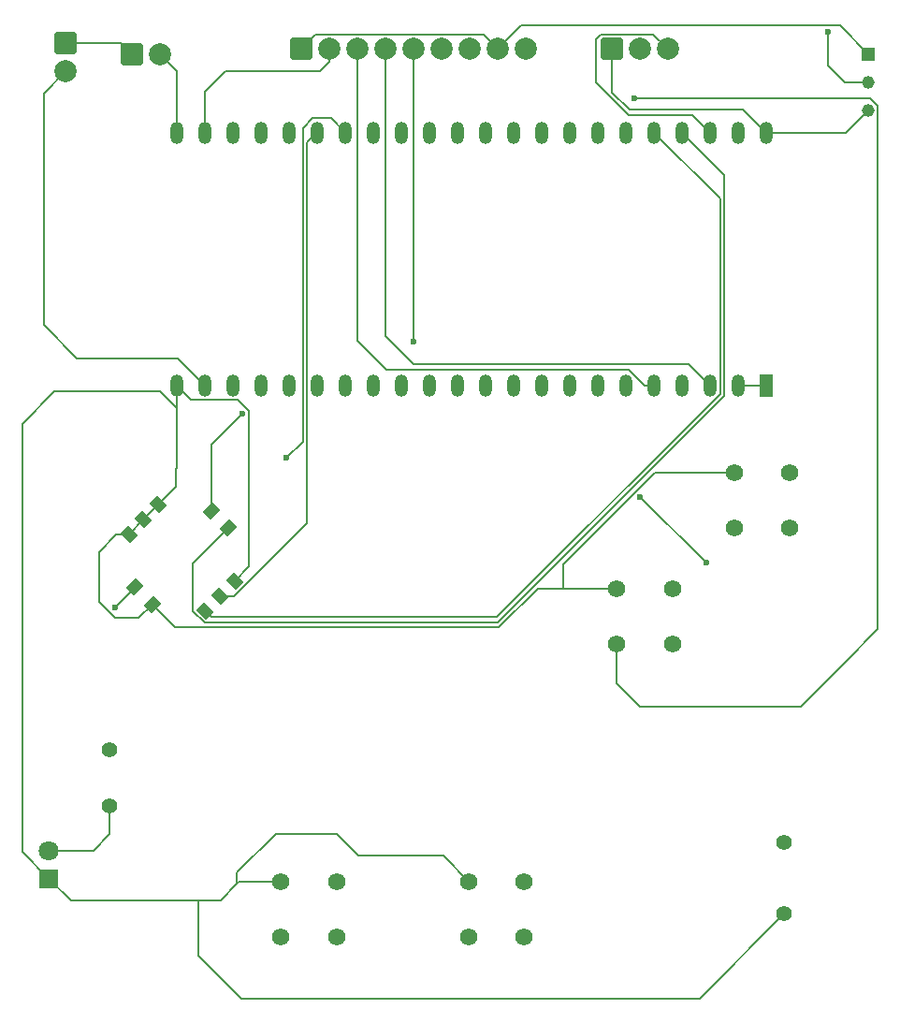
<source format=gbr>
%TF.GenerationSoftware,KiCad,Pcbnew,9.0.6*%
%TF.CreationDate,2025-12-04T23:30:09-05:00*%
%TF.ProjectId,FinalProjectPCB,46696e61-6c50-4726-9f6a-656374504342,rev?*%
%TF.SameCoordinates,Original*%
%TF.FileFunction,Copper,L1,Top*%
%TF.FilePolarity,Positive*%
%FSLAX46Y46*%
G04 Gerber Fmt 4.6, Leading zero omitted, Abs format (unit mm)*
G04 Created by KiCad (PCBNEW 9.0.6) date 2025-12-04 23:30:09*
%MOMM*%
%LPD*%
G01*
G04 APERTURE LIST*
G04 Aperture macros list*
%AMRoundRect*
0 Rectangle with rounded corners*
0 $1 Rounding radius*
0 $2 $3 $4 $5 $6 $7 $8 $9 X,Y pos of 4 corners*
0 Add a 4 corners polygon primitive as box body*
4,1,4,$2,$3,$4,$5,$6,$7,$8,$9,$2,$3,0*
0 Add four circle primitives for the rounded corners*
1,1,$1+$1,$2,$3*
1,1,$1+$1,$4,$5*
1,1,$1+$1,$6,$7*
1,1,$1+$1,$8,$9*
0 Add four rect primitives between the rounded corners*
20,1,$1+$1,$2,$3,$4,$5,0*
20,1,$1+$1,$4,$5,$6,$7,0*
20,1,$1+$1,$6,$7,$8,$9,0*
20,1,$1+$1,$8,$9,$2,$3,0*%
%AMRotRect*
0 Rectangle, with rotation*
0 The origin of the aperture is its center*
0 $1 length*
0 $2 width*
0 $3 Rotation angle, in degrees counterclockwise*
0 Add horizontal line*
21,1,$1,$2,0,0,$3*%
G04 Aperture macros list end*
%TA.AperFunction,SMDPad,CuDef*%
%ADD10RotRect,1.000000X1.250000X135.000000*%
%TD*%
%TA.AperFunction,SMDPad,CuDef*%
%ADD11RotRect,1.000000X1.250000X225.000000*%
%TD*%
%TA.AperFunction,SMDPad,CuDef*%
%ADD12RotRect,1.000000X1.250000X315.000000*%
%TD*%
%TA.AperFunction,SMDPad,CuDef*%
%ADD13RotRect,1.000000X1.250000X45.000000*%
%TD*%
%TA.AperFunction,ComponentPad*%
%ADD14C,1.408000*%
%TD*%
%TA.AperFunction,ComponentPad*%
%ADD15RoundRect,0.250000X-0.750000X-0.750000X0.750000X-0.750000X0.750000X0.750000X-0.750000X0.750000X0*%
%TD*%
%TA.AperFunction,ComponentPad*%
%ADD16C,2.000000*%
%TD*%
%TA.AperFunction,ComponentPad*%
%ADD17C,1.574800*%
%TD*%
%TA.AperFunction,ComponentPad*%
%ADD18C,1.400000*%
%TD*%
%TA.AperFunction,ComponentPad*%
%ADD19R,1.160000X1.160000*%
%TD*%
%TA.AperFunction,ComponentPad*%
%ADD20C,1.160000*%
%TD*%
%TA.AperFunction,ComponentPad*%
%ADD21RoundRect,0.250000X-0.750000X0.750000X-0.750000X-0.750000X0.750000X-0.750000X0.750000X0.750000X0*%
%TD*%
%TA.AperFunction,ComponentPad*%
%ADD22R,1.800000X1.800000*%
%TD*%
%TA.AperFunction,ComponentPad*%
%ADD23C,1.800000*%
%TD*%
%TA.AperFunction,ComponentPad*%
%ADD24R,1.200000X2.000000*%
%TD*%
%TA.AperFunction,ComponentPad*%
%ADD25O,1.200000X2.000000*%
%TD*%
%TA.AperFunction,ViaPad*%
%ADD26C,0.600000*%
%TD*%
%TA.AperFunction,Conductor*%
%ADD27C,0.200000*%
%TD*%
G04 APERTURE END LIST*
D10*
%TO.P,SW10,1,Up*%
%TO.N,UP*%
X90169328Y-127810487D03*
%TO.P,SW10,2,Right*%
%TO.N,RIGHT*%
X91724963Y-129366122D03*
D11*
%TO.P,SW10,3,GND*%
%TO.N,GND*%
X92290648Y-134139093D03*
%TO.P,SW10,4,Center*%
%TO.N,CENTER*%
X90947146Y-135482596D03*
%TO.P,SW10,5,Down*%
%TO.N,DOWN*%
X89603643Y-136826098D03*
D12*
%TO.P,SW10,6,GND*%
%TO.N,GND*%
X84830672Y-136260413D03*
%TO.P,SW10,7,Left*%
%TO.N,LEFT*%
X83275037Y-134704778D03*
D13*
%TO.P,SW10,8,GND*%
%TO.N,GND*%
X82709352Y-129931807D03*
%TO.P,SW10,9,GND*%
X84052854Y-128588304D03*
%TO.P,SW10,10,GND*%
X85396357Y-127244802D03*
%TD*%
D14*
%TO.P,LS1,N*%
%TO.N,GND*%
X142000000Y-164250000D03*
%TO.P,LS1,P*%
%TO.N,PIEZO*%
X142000000Y-157750000D03*
%TD*%
D15*
%TO.P,BT1,1,+*%
%TO.N,5V-IN*%
X82960000Y-86500000D03*
D16*
%TO.P,BT1,2,-*%
%TO.N,GND*%
X85500000Y-86500000D03*
%TD*%
D17*
%TO.P,SW6,1,1*%
%TO.N,GND*%
X137500000Y-124325505D03*
%TO.P,SW6,2,2*%
%TO.N,unconnected-(SW6-Pad2)*%
X142500000Y-124325505D03*
%TO.P,SW6,3,3*%
%TO.N,unconnected-(SW6-Pad3)*%
X142500000Y-129325495D03*
%TO.P,SW6,4,4*%
%TO.N,A*%
X137500000Y-129325495D03*
%TD*%
%TO.P,SW5,1,1*%
%TO.N,GND*%
X126893398Y-134825505D03*
%TO.P,SW5,2,2*%
%TO.N,unconnected-(SW5-Pad2)*%
X131893398Y-134825505D03*
%TO.P,SW5,3,3*%
%TO.N,unconnected-(SW5-Pad3)*%
X131893398Y-139825495D03*
%TO.P,SW5,4,4*%
%TO.N,B*%
X126893398Y-139825495D03*
%TD*%
D18*
%TO.P,R1,1*%
%TO.N,Net-(D1-A)*%
X81000000Y-154500000D03*
%TO.P,R1,2*%
%TO.N,PowerLED*%
X81000000Y-149420000D03*
%TD*%
D15*
%TO.P,J2,1,Pin_1*%
%TO.N,3V3*%
X98332858Y-86000000D03*
D16*
%TO.P,J2,2,Pin_2*%
%TO.N,GND*%
X100872858Y-86000000D03*
%TO.P,J2,3,Pin_3*%
%TO.N,CS*%
X103412858Y-86000000D03*
%TO.P,J2,4,Pin_4*%
%TO.N,RESET*%
X105952858Y-86000000D03*
%TO.P,J2,5,Pin_5*%
%TO.N,DC{slash}RS*%
X108492858Y-86000000D03*
%TO.P,J2,6,Pin_6*%
%TO.N,SDI{slash}MOSI*%
X111032858Y-86000000D03*
%TO.P,J2,7,Pin_7*%
%TO.N,SCK*%
X113572858Y-86000000D03*
%TO.P,J2,8,Pin_8*%
%TO.N,3V3*%
X116112858Y-86000000D03*
%TO.P,J2,9,Pin_9*%
%TO.N,unconnected-(J2-Pin_9-Pad9)*%
X118652858Y-86000000D03*
%TD*%
D17*
%TO.P,SW8,1,1*%
%TO.N,GND*%
X96500000Y-161325505D03*
%TO.P,SW8,2,2*%
%TO.N,unconnected-(SW8-Pad2)*%
X101500000Y-161325505D03*
%TO.P,SW8,3,3*%
%TO.N,unconnected-(SW8-Pad3)*%
X101500000Y-166325495D03*
%TO.P,SW8,4,4*%
%TO.N,HOME*%
X96500000Y-166325495D03*
%TD*%
%TO.P,SW9,1,1*%
%TO.N,GND*%
X113500000Y-161325505D03*
%TO.P,SW9,2,2*%
%TO.N,unconnected-(SW9-Pad2)*%
X118500000Y-161325505D03*
%TO.P,SW9,3,3*%
%TO.N,unconnected-(SW9-Pad3)*%
X118500000Y-166325495D03*
%TO.P,SW9,4,4*%
%TO.N,SELECT*%
X113500000Y-166325495D03*
%TD*%
D19*
%TO.P,RV1,1,1*%
%TO.N,3V3*%
X149630000Y-86460000D03*
D20*
%TO.P,RV1,2,2*%
%TO.N,VOLUME*%
X149630000Y-89000000D03*
%TO.P,RV1,3,3*%
%TO.N,GND*%
X149630000Y-91540000D03*
%TD*%
D21*
%TO.P,SW7,1,A*%
%TO.N,5V-IN*%
X77000000Y-85500000D03*
D16*
%TO.P,SW7,2,B*%
%TO.N,Net-(SW7-B)*%
X77000000Y-88040000D03*
%TD*%
D15*
%TO.P,J1,1,Pin_1*%
%TO.N,GND*%
X126420000Y-86000000D03*
D16*
%TO.P,J1,2,Pin_2*%
%TO.N,TX*%
X128960000Y-86000000D03*
%TO.P,J1,3,Pin_3*%
%TO.N,RX*%
X131500000Y-86000000D03*
%TD*%
D22*
%TO.P,D1,1,K*%
%TO.N,GND*%
X75500000Y-161040000D03*
D23*
%TO.P,D1,2,A*%
%TO.N,Net-(D1-A)*%
X75500000Y-158500000D03*
%TD*%
D24*
%TO.P,U1,1,3V3*%
%TO.N,3V3*%
X140392080Y-116430000D03*
D25*
%TO.P,U1,2,3V3*%
X137852080Y-116430000D03*
%TO.P,U1,3,RST*%
%TO.N,RESET*%
X135312080Y-116430000D03*
%TO.P,U1,4,GPIO4/ADC1_CH3*%
%TO.N,DC{slash}RS*%
X132772080Y-116430000D03*
%TO.P,U1,5,GPIO5/ADC1_CH4*%
%TO.N,CS*%
X130232080Y-116430000D03*
%TO.P,U1,6,GPIO6/ADC1_CH5*%
%TO.N,unconnected-(U1-GPIO6{slash}ADC1_CH5-Pad6)*%
X127692080Y-116430000D03*
%TO.P,U1,7,GPIO7/ADC1_CH6*%
%TO.N,PIEZO*%
X125152080Y-116430000D03*
%TO.P,U1,8,GPIO15/ADC2_CH4/32K_P*%
%TO.N,unconnected-(U1-GPIO15{slash}ADC2_CH4{slash}32K_P-Pad8)*%
X122612080Y-116430000D03*
%TO.P,U1,9,GPIO16/ADC2_CH5/32K_N*%
%TO.N,unconnected-(U1-GPIO16{slash}ADC2_CH5{slash}32K_N-Pad9)*%
X120072080Y-116430000D03*
%TO.P,U1,10,GPIO17/ADC2_CH6/U1TXD*%
%TO.N,unconnected-(U1-GPIO17{slash}ADC2_CH6{slash}U1TXD-Pad10)*%
X117532080Y-116430000D03*
%TO.P,U1,11,GPIO18/ADC2_CH7/U1RXD*%
%TO.N,unconnected-(U1-GPIO18{slash}ADC2_CH7{slash}U1RXD-Pad11)*%
X114992080Y-116430000D03*
%TO.P,U1,12,GPIO8/ADC1_CH7*%
%TO.N,unconnected-(U1-GPIO8{slash}ADC1_CH7-Pad12)*%
X112452080Y-116430000D03*
%TO.P,U1,13,GPIO3/ADC1_CH2*%
%TO.N,unconnected-(U1-GPIO3{slash}ADC1_CH2-Pad13)*%
X109912080Y-116430000D03*
%TO.P,U1,14,GPIO46*%
%TO.N,PowerLED*%
X107372080Y-116430000D03*
%TO.P,U1,15,GPIO9/ADC1_CH8*%
%TO.N,unconnected-(U1-GPIO9{slash}ADC1_CH8-Pad15)*%
X104832080Y-116430000D03*
%TO.P,U1,16,GPIO10/ADC1_CH9*%
%TO.N,unconnected-(U1-GPIO10{slash}ADC1_CH9-Pad16)*%
X102292080Y-116430000D03*
%TO.P,U1,17,GPIO11/ADC2_CH0*%
%TO.N,SDI{slash}MOSI*%
X99752080Y-116430000D03*
%TO.P,U1,18,GPIO12/ADC2_CH1*%
%TO.N,SCK*%
X97212080Y-116430000D03*
%TO.P,U1,19,GPIO13/ADC2_CH2*%
%TO.N,unconnected-(U1-GPIO13{slash}ADC2_CH2-Pad19)*%
X94672080Y-116430000D03*
%TO.P,U1,20,GPIO14/ADC2_CH3*%
%TO.N,unconnected-(U1-GPIO14{slash}ADC2_CH3-Pad20)*%
X92134800Y-116433680D03*
%TO.P,U1,21,5V*%
%TO.N,Net-(SW7-B)*%
X89594800Y-116433680D03*
%TO.P,U1,22,GND*%
%TO.N,GND*%
X87054800Y-116433680D03*
%TO.P,U1,23,GND*%
X87052080Y-93570000D03*
%TO.P,U1,24,GND*%
X89592080Y-93570000D03*
%TO.P,U1,25,GPIO19/ADC2_CH8/USB_D-*%
%TO.N,unconnected-(U1-GPIO19{slash}ADC2_CH8{slash}USB_D--Pad25)*%
X92132080Y-93570000D03*
%TO.P,U1,26,GPIO20/ADC2_CH9/USB_D+*%
%TO.N,unconnected-(U1-GPIO20{slash}ADC2_CH9{slash}USB_D+-Pad26)*%
X94672080Y-93570000D03*
%TO.P,U1,27,GPIO21*%
%TO.N,VOLUME*%
X97212080Y-93570000D03*
%TO.P,U1,28,GPIO33*%
%TO.N,CENTER*%
X99752080Y-93570000D03*
%TO.P,U1,29,GPIO34*%
%TO.N,LEFT*%
X102292080Y-93570000D03*
%TO.P,U1,30,GPIO45*%
%TO.N,UP*%
X104832080Y-93570000D03*
%TO.P,U1,31,GPIO0*%
%TO.N,unconnected-(U1-GPIO0-Pad31)*%
X107372080Y-93570000D03*
%TO.P,U1,32,GPIO35*%
%TO.N,unconnected-(U1-GPIO35-Pad32)*%
X109912080Y-93570000D03*
%TO.P,U1,33,GPIO36*%
%TO.N,unconnected-(U1-GPIO36-Pad33)*%
X112452080Y-93570000D03*
%TO.P,U1,34,GPIO37*%
%TO.N,unconnected-(U1-GPIO37-Pad34)*%
X114992080Y-93570000D03*
%TO.P,U1,35,GPIO38*%
%TO.N,unconnected-(U1-GPIO38-Pad35)*%
X117532080Y-93570000D03*
%TO.P,U1,36,GPIO39/MTCK*%
%TO.N,SELECT*%
X120072080Y-93570000D03*
%TO.P,U1,37,GPIO40/MTDO*%
%TO.N,HOME*%
X122612080Y-93570000D03*
%TO.P,U1,38,GPIO41/MTDI*%
%TO.N,A*%
X125152080Y-93570000D03*
%TO.P,U1,39,GPIO42/MTMS*%
%TO.N,B*%
X127692080Y-93570000D03*
%TO.P,U1,40,GPIO2/ADC1_CH1*%
%TO.N,DOWN*%
X130232080Y-93570000D03*
%TO.P,U1,41,GPIO1/ADC1_CH0*%
%TO.N,RIGHT*%
X132772080Y-93570000D03*
%TO.P,U1,42,GPIO44/U0RXD*%
%TO.N,RX*%
X135312080Y-93570000D03*
%TO.P,U1,43,GPIO43/U0TXD*%
%TO.N,TX*%
X137852080Y-93570000D03*
%TO.P,U1,44,GND*%
%TO.N,GND*%
X140392080Y-93570000D03*
%TD*%
D26*
%TO.N,DC{slash}RS*%
X108500000Y-112500000D03*
%TO.N,PIEZO*%
X135000000Y-132500000D03*
X129000000Y-126500000D03*
%TO.N,VOLUME*%
X146000000Y-84500000D03*
X146000000Y-84500000D03*
%TO.N,B*%
X128500000Y-90500000D03*
%TO.N,UP*%
X93000000Y-119000000D03*
%TO.N,LEFT*%
X97000000Y-123000000D03*
X81500000Y-136500000D03*
%TD*%
D27*
%TO.N,3V3*%
X140392080Y-116430000D02*
X137852080Y-116430000D01*
%TO.N,GND*%
X75500000Y-161040000D02*
X73101000Y-158641000D01*
X85554800Y-117000000D02*
X87054800Y-118500000D01*
X73101000Y-158641000D02*
X73101000Y-119899000D01*
X76000000Y-117000000D02*
X85554800Y-117000000D01*
X73101000Y-119899000D02*
X76000000Y-117000000D01*
%TO.N,5V-IN*%
X77000000Y-85500000D02*
X81960000Y-85500000D01*
X81960000Y-85500000D02*
X82960000Y-86500000D01*
%TO.N,GND*%
X87000000Y-125641159D02*
X87000000Y-124000000D01*
X122000000Y-134825505D02*
X119724981Y-134825505D01*
X119724981Y-134825505D02*
X116226893Y-138323593D01*
X130324552Y-124325505D02*
X122000000Y-132650057D01*
X85396357Y-127244802D02*
X87000000Y-125641159D01*
X92899000Y-171899000D02*
X89000000Y-168000000D01*
X84052854Y-128588304D02*
X85396357Y-127244802D01*
X142000000Y-164250000D02*
X134351000Y-171899000D01*
X100000000Y-88000000D02*
X91500000Y-88000000D01*
X77460000Y-163000000D02*
X75500000Y-161040000D01*
X103500000Y-159000000D02*
X101500000Y-157000000D01*
X126420000Y-89920000D02*
X128000000Y-91500000D01*
X87052080Y-88052080D02*
X87052080Y-93570000D01*
X93601000Y-132828741D02*
X93601000Y-118751057D01*
X83591085Y-137500000D02*
X81500000Y-137500000D01*
X93601000Y-118751057D02*
X92584623Y-117734680D01*
X126420000Y-86000000D02*
X126420000Y-89920000D01*
X87054800Y-123945200D02*
X87054800Y-118500000D01*
X92584623Y-117734680D02*
X88355800Y-117734680D01*
X92290648Y-134139093D02*
X93601000Y-132828741D01*
X126893398Y-134825505D02*
X122000000Y-134825505D01*
X81568193Y-129931807D02*
X82709352Y-129931807D01*
X92500000Y-161500000D02*
X91000000Y-163000000D01*
X96000000Y-157000000D02*
X92500000Y-160500000D01*
X100872858Y-86000000D02*
X100872858Y-87127142D01*
X149630000Y-91540000D02*
X147600000Y-93570000D01*
X81500000Y-137500000D02*
X80000000Y-136000000D01*
X92674495Y-161325505D02*
X92500000Y-161500000D01*
X82709352Y-129931807D02*
X84052854Y-128588304D01*
X87000000Y-124000000D02*
X87054800Y-123945200D01*
X80000000Y-131500000D02*
X81568193Y-129931807D01*
X147600000Y-93570000D02*
X140392080Y-93570000D01*
X91000000Y-163000000D02*
X89000000Y-163000000D01*
X87054800Y-118500000D02*
X87054800Y-116433680D01*
X128000000Y-91500000D02*
X138322080Y-91500000D01*
X100872858Y-87127142D02*
X100000000Y-88000000D01*
X86893852Y-138323593D02*
X84830672Y-136260413D01*
X96500000Y-161325505D02*
X92674495Y-161325505D01*
X89000000Y-168000000D02*
X89000000Y-163000000D01*
X88355800Y-117734680D02*
X87054800Y-116433680D01*
X116226893Y-138323593D02*
X86893852Y-138323593D01*
X85500000Y-86500000D02*
X87052080Y-88052080D01*
X122000000Y-132650057D02*
X122000000Y-134825505D01*
X101500000Y-157000000D02*
X96000000Y-157000000D01*
X91500000Y-88000000D02*
X89592080Y-89907920D01*
X113500000Y-161325505D02*
X111174495Y-159000000D01*
X80000000Y-136000000D02*
X80000000Y-131500000D01*
X137500000Y-124325505D02*
X130324552Y-124325505D01*
X134351000Y-171899000D02*
X92899000Y-171899000D01*
X84830672Y-136260413D02*
X83591085Y-137500000D01*
X111174495Y-159000000D02*
X103500000Y-159000000D01*
X138322080Y-91500000D02*
X140392080Y-93570000D01*
X92500000Y-160500000D02*
X92500000Y-161500000D01*
X89592080Y-89907920D02*
X89592080Y-93570000D01*
X89000000Y-163000000D02*
X77460000Y-163000000D01*
%TO.N,Net-(D1-A)*%
X75500000Y-158500000D02*
X79500000Y-158500000D01*
X81000000Y-157000000D02*
X81000000Y-154500000D01*
X79500000Y-158500000D02*
X81000000Y-157000000D01*
%TO.N,CS*%
X103412858Y-86000000D02*
X103412858Y-112412858D01*
X129366286Y-116430000D02*
X130232080Y-116430000D01*
X106000000Y-115000000D02*
X127936286Y-115000000D01*
X103412858Y-112412858D02*
X106000000Y-115000000D01*
X127936286Y-115000000D02*
X129366286Y-116430000D01*
%TO.N,3V3*%
X147069000Y-83899000D02*
X149630000Y-86460000D01*
X116112858Y-86000000D02*
X118213858Y-83899000D01*
X118213858Y-83899000D02*
X147069000Y-83899000D01*
X98332858Y-86000000D02*
X99633858Y-84699000D01*
X114811858Y-84699000D02*
X116112858Y-86000000D01*
X99633858Y-84699000D02*
X114811858Y-84699000D01*
%TO.N,DC{slash}RS*%
X108492858Y-86000000D02*
X108492858Y-112492858D01*
X108492858Y-112492858D02*
X108500000Y-112500000D01*
%TO.N,RESET*%
X105952858Y-86000000D02*
X105952858Y-111952858D01*
X133382080Y-114500000D02*
X135312080Y-116430000D01*
X108500000Y-114500000D02*
X133382080Y-114500000D01*
X105952858Y-111952858D02*
X108500000Y-114500000D01*
%TO.N,PIEZO*%
X135000000Y-132500000D02*
X129000000Y-126500000D01*
%TO.N,VOLUME*%
X147500000Y-89000000D02*
X146000000Y-87500000D01*
X149630000Y-89000000D02*
X147500000Y-89000000D01*
X146000000Y-87500000D02*
X146000000Y-84500000D01*
%TO.N,B*%
X129000000Y-145500000D02*
X143500000Y-145500000D01*
X126893398Y-143393398D02*
X129000000Y-145500000D01*
X147500000Y-141500000D02*
X150511000Y-138489000D01*
X149835923Y-90500000D02*
X128500000Y-90500000D01*
X126893398Y-139825495D02*
X126893398Y-143393398D01*
X150511000Y-91175077D02*
X149835923Y-90500000D01*
X150511000Y-138489000D02*
X150511000Y-91175077D01*
X143500000Y-145500000D02*
X147500000Y-141500000D01*
%TO.N,CENTER*%
X92256707Y-135482596D02*
X98851080Y-128888223D01*
X98851080Y-94471000D02*
X99752080Y-93570000D01*
X90947146Y-135482596D02*
X92256707Y-135482596D01*
X98851080Y-128888223D02*
X98851080Y-94471000D01*
%TO.N,UP*%
X90169328Y-127810487D02*
X90169328Y-121830672D01*
X90169328Y-121830672D02*
X93000000Y-119000000D01*
%TO.N,DOWN*%
X116015286Y-137401000D02*
X136213080Y-117203206D01*
X89603643Y-136826098D02*
X90178545Y-137401000D01*
X136213080Y-99551000D02*
X130232080Y-93570000D01*
X136213080Y-117203206D02*
X136213080Y-99551000D01*
X90178545Y-137401000D02*
X116015286Y-137401000D01*
%TO.N,LEFT*%
X98450080Y-121508219D02*
X98450080Y-121549920D01*
X83275037Y-134724963D02*
X81500000Y-136500000D01*
X83275037Y-134704778D02*
X83275037Y-134724963D01*
X100991080Y-92269000D02*
X102292080Y-93570000D01*
X99378874Y-92269000D02*
X100991080Y-92269000D01*
X98450080Y-121549920D02*
X97000000Y-123000000D01*
X98450080Y-93197794D02*
X99378874Y-92269000D01*
X98450080Y-121508219D02*
X98450080Y-93197794D01*
%TO.N,RIGHT*%
X89567352Y-137922593D02*
X116060793Y-137922593D01*
X91724963Y-129366122D02*
X88507148Y-132583937D01*
X88507148Y-136862389D02*
X89567352Y-137922593D01*
X88507148Y-132583937D02*
X88507148Y-136862389D01*
X116060793Y-137922593D02*
X136614080Y-117369306D01*
X136614080Y-117369306D02*
X136614080Y-97412000D01*
X136614080Y-97412000D02*
X132772080Y-93570000D01*
%TO.N,Net-(SW7-B)*%
X75000000Y-111000000D02*
X78000000Y-114000000D01*
X77000000Y-88040000D02*
X75000000Y-90040000D01*
X87161120Y-114000000D02*
X89594800Y-116433680D01*
X75000000Y-90040000D02*
X75000000Y-111000000D01*
X78000000Y-114000000D02*
X87161120Y-114000000D01*
%TO.N,RX*%
X133742080Y-92000000D02*
X135312080Y-93570000D01*
X131500000Y-86000000D02*
X130199000Y-84699000D01*
X125000000Y-89067100D02*
X127932900Y-92000000D01*
X125000000Y-85133840D02*
X125000000Y-89067100D01*
X130199000Y-84699000D02*
X125434840Y-84699000D01*
X125434840Y-84699000D02*
X125000000Y-85133840D01*
X127932900Y-92000000D02*
X133742080Y-92000000D01*
%TD*%
M02*

</source>
